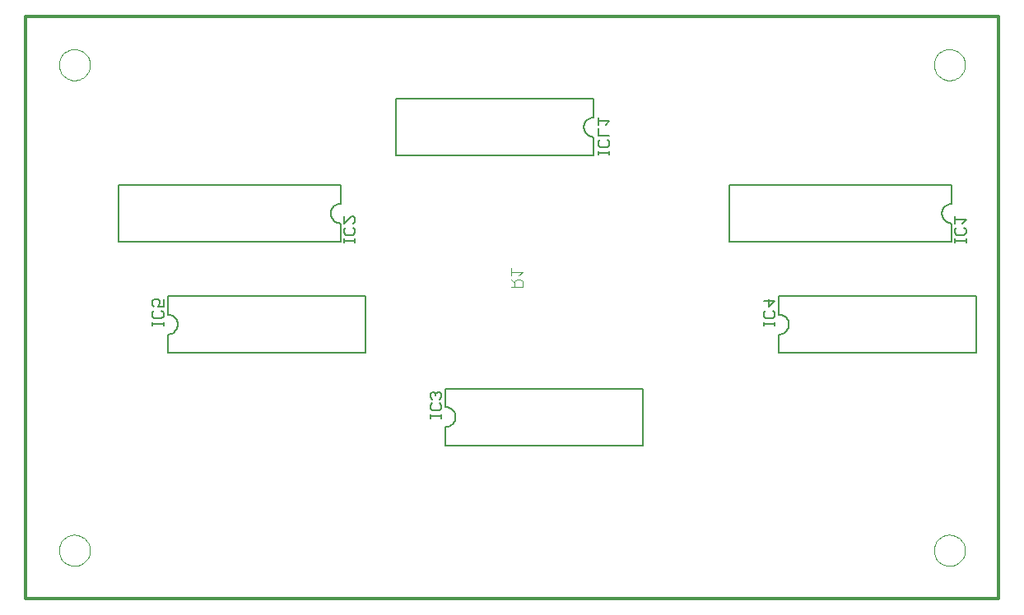
<source format=gbo>
G75*
%MOIN*%
%OFA0B0*%
%FSLAX24Y24*%
%IPPOS*%
%LPD*%
%AMOC8*
5,1,8,0,0,1.08239X$1,22.5*
%
%ADD10C,0.0120*%
%ADD11C,0.0060*%
%ADD12C,0.0050*%
%ADD13C,0.0040*%
%ADD14C,0.0000*%
D10*
X009609Y006799D02*
X009609Y030421D01*
X048979Y030421D01*
X048979Y006799D01*
X009609Y006799D01*
D11*
X015359Y016775D02*
X015359Y017525D01*
X015398Y017527D01*
X015437Y017533D01*
X015475Y017542D01*
X015512Y017555D01*
X015548Y017572D01*
X015581Y017592D01*
X015613Y017616D01*
X015642Y017642D01*
X015668Y017671D01*
X015692Y017703D01*
X015712Y017736D01*
X015729Y017772D01*
X015742Y017809D01*
X015751Y017847D01*
X015757Y017886D01*
X015759Y017925D01*
X015757Y017964D01*
X015751Y018003D01*
X015742Y018041D01*
X015729Y018078D01*
X015712Y018114D01*
X015692Y018147D01*
X015668Y018179D01*
X015642Y018208D01*
X015613Y018234D01*
X015581Y018258D01*
X015548Y018278D01*
X015512Y018295D01*
X015475Y018308D01*
X015437Y018317D01*
X015398Y018323D01*
X015359Y018325D01*
X015359Y019075D01*
X023359Y019075D01*
X023359Y016775D01*
X015359Y016775D01*
X013359Y021275D02*
X013359Y023575D01*
X022359Y023575D01*
X022359Y022825D01*
X022320Y022823D01*
X022281Y022817D01*
X022243Y022808D01*
X022206Y022795D01*
X022170Y022778D01*
X022137Y022758D01*
X022105Y022734D01*
X022076Y022708D01*
X022050Y022679D01*
X022026Y022647D01*
X022006Y022614D01*
X021989Y022578D01*
X021976Y022541D01*
X021967Y022503D01*
X021961Y022464D01*
X021959Y022425D01*
X021961Y022386D01*
X021967Y022347D01*
X021976Y022309D01*
X021989Y022272D01*
X022006Y022236D01*
X022026Y022203D01*
X022050Y022171D01*
X022076Y022142D01*
X022105Y022116D01*
X022137Y022092D01*
X022170Y022072D01*
X022206Y022055D01*
X022243Y022042D01*
X022281Y022033D01*
X022320Y022027D01*
X022359Y022025D01*
X022359Y021275D01*
X013359Y021275D01*
X024609Y024775D02*
X024609Y027075D01*
X032609Y027075D01*
X032609Y026325D01*
X032570Y026323D01*
X032531Y026317D01*
X032493Y026308D01*
X032456Y026295D01*
X032420Y026278D01*
X032387Y026258D01*
X032355Y026234D01*
X032326Y026208D01*
X032300Y026179D01*
X032276Y026147D01*
X032256Y026114D01*
X032239Y026078D01*
X032226Y026041D01*
X032217Y026003D01*
X032211Y025964D01*
X032209Y025925D01*
X032211Y025886D01*
X032217Y025847D01*
X032226Y025809D01*
X032239Y025772D01*
X032256Y025736D01*
X032276Y025703D01*
X032300Y025671D01*
X032326Y025642D01*
X032355Y025616D01*
X032387Y025592D01*
X032420Y025572D01*
X032456Y025555D01*
X032493Y025542D01*
X032531Y025533D01*
X032570Y025527D01*
X032609Y025525D01*
X032609Y024775D01*
X024609Y024775D01*
X038109Y023575D02*
X038109Y021275D01*
X047109Y021275D01*
X047109Y022025D01*
X047070Y022027D01*
X047031Y022033D01*
X046993Y022042D01*
X046956Y022055D01*
X046920Y022072D01*
X046887Y022092D01*
X046855Y022116D01*
X046826Y022142D01*
X046800Y022171D01*
X046776Y022203D01*
X046756Y022236D01*
X046739Y022272D01*
X046726Y022309D01*
X046717Y022347D01*
X046711Y022386D01*
X046709Y022425D01*
X046711Y022464D01*
X046717Y022503D01*
X046726Y022541D01*
X046739Y022578D01*
X046756Y022614D01*
X046776Y022647D01*
X046800Y022679D01*
X046826Y022708D01*
X046855Y022734D01*
X046887Y022758D01*
X046920Y022778D01*
X046956Y022795D01*
X046993Y022808D01*
X047031Y022817D01*
X047070Y022823D01*
X047109Y022825D01*
X047109Y023575D01*
X038109Y023575D01*
X040109Y019075D02*
X040109Y018325D01*
X040148Y018323D01*
X040187Y018317D01*
X040225Y018308D01*
X040262Y018295D01*
X040298Y018278D01*
X040331Y018258D01*
X040363Y018234D01*
X040392Y018208D01*
X040418Y018179D01*
X040442Y018147D01*
X040462Y018114D01*
X040479Y018078D01*
X040492Y018041D01*
X040501Y018003D01*
X040507Y017964D01*
X040509Y017925D01*
X040507Y017886D01*
X040501Y017847D01*
X040492Y017809D01*
X040479Y017772D01*
X040462Y017736D01*
X040442Y017703D01*
X040418Y017671D01*
X040392Y017642D01*
X040363Y017616D01*
X040331Y017592D01*
X040298Y017572D01*
X040262Y017555D01*
X040225Y017542D01*
X040187Y017533D01*
X040148Y017527D01*
X040109Y017525D01*
X040109Y016775D01*
X048109Y016775D01*
X048109Y019075D01*
X040109Y019075D01*
X034609Y015325D02*
X034609Y013025D01*
X026609Y013025D01*
X026609Y013775D01*
X026648Y013777D01*
X026687Y013783D01*
X026725Y013792D01*
X026762Y013805D01*
X026798Y013822D01*
X026831Y013842D01*
X026863Y013866D01*
X026892Y013892D01*
X026918Y013921D01*
X026942Y013953D01*
X026962Y013986D01*
X026979Y014022D01*
X026992Y014059D01*
X027001Y014097D01*
X027007Y014136D01*
X027009Y014175D01*
X027007Y014214D01*
X027001Y014253D01*
X026992Y014291D01*
X026979Y014328D01*
X026962Y014364D01*
X026942Y014397D01*
X026918Y014429D01*
X026892Y014458D01*
X026863Y014484D01*
X026831Y014508D01*
X026798Y014528D01*
X026762Y014545D01*
X026725Y014558D01*
X026687Y014567D01*
X026648Y014573D01*
X026609Y014575D01*
X026609Y015325D01*
X034609Y015325D01*
D12*
X039484Y017872D02*
X039484Y018022D01*
X039484Y017947D02*
X039934Y017947D01*
X039934Y017872D02*
X039934Y018022D01*
X039859Y018179D02*
X039559Y018179D01*
X039484Y018254D01*
X039484Y018404D01*
X039559Y018479D01*
X039709Y018639D02*
X039709Y018940D01*
X039484Y018865D02*
X039934Y018865D01*
X039709Y018639D01*
X039859Y018479D02*
X039934Y018404D01*
X039934Y018254D01*
X039859Y018179D01*
X047234Y021250D02*
X047234Y021400D01*
X047234Y021325D02*
X047684Y021325D01*
X047684Y021250D02*
X047684Y021400D01*
X047609Y021557D02*
X047309Y021557D01*
X047234Y021632D01*
X047234Y021782D01*
X047309Y021857D01*
X047234Y022017D02*
X047234Y022317D01*
X047234Y022167D02*
X047684Y022167D01*
X047534Y022017D01*
X047609Y021857D02*
X047684Y021782D01*
X047684Y021632D01*
X047609Y021557D01*
X033234Y024800D02*
X033234Y024950D01*
X033234Y024875D02*
X032784Y024875D01*
X032784Y024800D02*
X032784Y024950D01*
X032859Y025107D02*
X032784Y025182D01*
X032784Y025332D01*
X032859Y025407D01*
X032784Y025567D02*
X032784Y025867D01*
X032784Y026028D02*
X032784Y026328D01*
X032784Y026178D02*
X033234Y026178D01*
X033084Y026028D01*
X033234Y025567D02*
X032784Y025567D01*
X033159Y025407D02*
X033234Y025332D01*
X033234Y025182D01*
X033159Y025107D01*
X032859Y025107D01*
X022934Y022242D02*
X022934Y022092D01*
X022859Y022017D01*
X022859Y021857D02*
X022934Y021782D01*
X022934Y021632D01*
X022859Y021557D01*
X022559Y021557D01*
X022484Y021632D01*
X022484Y021782D01*
X022559Y021857D01*
X022484Y022017D02*
X022784Y022317D01*
X022859Y022317D01*
X022934Y022242D01*
X022484Y022317D02*
X022484Y022017D01*
X022484Y021400D02*
X022484Y021250D01*
X022484Y021325D02*
X022934Y021325D01*
X022934Y021250D02*
X022934Y021400D01*
X015184Y018940D02*
X015184Y018639D01*
X014959Y018639D01*
X015034Y018790D01*
X015034Y018865D01*
X014959Y018940D01*
X014809Y018940D01*
X014734Y018865D01*
X014734Y018714D01*
X014809Y018639D01*
X014809Y018479D02*
X014734Y018404D01*
X014734Y018254D01*
X014809Y018179D01*
X015109Y018179D01*
X015184Y018254D01*
X015184Y018404D01*
X015109Y018479D01*
X015184Y018022D02*
X015184Y017872D01*
X015184Y017947D02*
X014734Y017947D01*
X014734Y017872D02*
X014734Y018022D01*
X025984Y015115D02*
X025984Y014964D01*
X026059Y014889D01*
X026059Y014729D02*
X025984Y014654D01*
X025984Y014504D01*
X026059Y014429D01*
X026359Y014429D01*
X026434Y014504D01*
X026434Y014654D01*
X026359Y014729D01*
X026359Y014889D02*
X026434Y014964D01*
X026434Y015115D01*
X026359Y015190D01*
X026284Y015190D01*
X026209Y015115D01*
X026134Y015190D01*
X026059Y015190D01*
X025984Y015115D01*
X026209Y015115D02*
X026209Y015040D01*
X026434Y014272D02*
X026434Y014122D01*
X026434Y014197D02*
X025984Y014197D01*
X025984Y014122D02*
X025984Y014272D01*
D13*
X029254Y019445D02*
X029714Y019445D01*
X029714Y019675D01*
X029637Y019752D01*
X029484Y019752D01*
X029407Y019675D01*
X029407Y019445D01*
X029407Y019598D02*
X029254Y019752D01*
X029254Y019905D02*
X029254Y020212D01*
X029254Y020059D02*
X029714Y020059D01*
X029560Y019905D01*
D14*
X046380Y028452D02*
X046382Y028502D01*
X046388Y028552D01*
X046398Y028601D01*
X046412Y028649D01*
X046429Y028696D01*
X046450Y028741D01*
X046475Y028785D01*
X046503Y028826D01*
X046535Y028865D01*
X046569Y028902D01*
X046606Y028936D01*
X046646Y028966D01*
X046688Y028993D01*
X046732Y029017D01*
X046778Y029038D01*
X046825Y029054D01*
X046873Y029067D01*
X046923Y029076D01*
X046972Y029081D01*
X047023Y029082D01*
X047073Y029079D01*
X047122Y029072D01*
X047171Y029061D01*
X047219Y029046D01*
X047265Y029028D01*
X047310Y029006D01*
X047353Y028980D01*
X047394Y028951D01*
X047433Y028919D01*
X047469Y028884D01*
X047501Y028846D01*
X047531Y028806D01*
X047558Y028763D01*
X047581Y028719D01*
X047600Y028673D01*
X047616Y028625D01*
X047628Y028576D01*
X047636Y028527D01*
X047640Y028477D01*
X047640Y028427D01*
X047636Y028377D01*
X047628Y028328D01*
X047616Y028279D01*
X047600Y028231D01*
X047581Y028185D01*
X047558Y028141D01*
X047531Y028098D01*
X047501Y028058D01*
X047469Y028020D01*
X047433Y027985D01*
X047394Y027953D01*
X047353Y027924D01*
X047310Y027898D01*
X047265Y027876D01*
X047219Y027858D01*
X047171Y027843D01*
X047122Y027832D01*
X047073Y027825D01*
X047023Y027822D01*
X046972Y027823D01*
X046923Y027828D01*
X046873Y027837D01*
X046825Y027850D01*
X046778Y027866D01*
X046732Y027887D01*
X046688Y027911D01*
X046646Y027938D01*
X046606Y027968D01*
X046569Y028002D01*
X046535Y028039D01*
X046503Y028078D01*
X046475Y028119D01*
X046450Y028163D01*
X046429Y028208D01*
X046412Y028255D01*
X046398Y028303D01*
X046388Y028352D01*
X046382Y028402D01*
X046380Y028452D01*
X046380Y008767D02*
X046382Y008817D01*
X046388Y008867D01*
X046398Y008916D01*
X046412Y008964D01*
X046429Y009011D01*
X046450Y009056D01*
X046475Y009100D01*
X046503Y009141D01*
X046535Y009180D01*
X046569Y009217D01*
X046606Y009251D01*
X046646Y009281D01*
X046688Y009308D01*
X046732Y009332D01*
X046778Y009353D01*
X046825Y009369D01*
X046873Y009382D01*
X046923Y009391D01*
X046972Y009396D01*
X047023Y009397D01*
X047073Y009394D01*
X047122Y009387D01*
X047171Y009376D01*
X047219Y009361D01*
X047265Y009343D01*
X047310Y009321D01*
X047353Y009295D01*
X047394Y009266D01*
X047433Y009234D01*
X047469Y009199D01*
X047501Y009161D01*
X047531Y009121D01*
X047558Y009078D01*
X047581Y009034D01*
X047600Y008988D01*
X047616Y008940D01*
X047628Y008891D01*
X047636Y008842D01*
X047640Y008792D01*
X047640Y008742D01*
X047636Y008692D01*
X047628Y008643D01*
X047616Y008594D01*
X047600Y008546D01*
X047581Y008500D01*
X047558Y008456D01*
X047531Y008413D01*
X047501Y008373D01*
X047469Y008335D01*
X047433Y008300D01*
X047394Y008268D01*
X047353Y008239D01*
X047310Y008213D01*
X047265Y008191D01*
X047219Y008173D01*
X047171Y008158D01*
X047122Y008147D01*
X047073Y008140D01*
X047023Y008137D01*
X046972Y008138D01*
X046923Y008143D01*
X046873Y008152D01*
X046825Y008165D01*
X046778Y008181D01*
X046732Y008202D01*
X046688Y008226D01*
X046646Y008253D01*
X046606Y008283D01*
X046569Y008317D01*
X046535Y008354D01*
X046503Y008393D01*
X046475Y008434D01*
X046450Y008478D01*
X046429Y008523D01*
X046412Y008570D01*
X046398Y008618D01*
X046388Y008667D01*
X046382Y008717D01*
X046380Y008767D01*
X010947Y008767D02*
X010949Y008817D01*
X010955Y008867D01*
X010965Y008916D01*
X010979Y008964D01*
X010996Y009011D01*
X011017Y009056D01*
X011042Y009100D01*
X011070Y009141D01*
X011102Y009180D01*
X011136Y009217D01*
X011173Y009251D01*
X011213Y009281D01*
X011255Y009308D01*
X011299Y009332D01*
X011345Y009353D01*
X011392Y009369D01*
X011440Y009382D01*
X011490Y009391D01*
X011539Y009396D01*
X011590Y009397D01*
X011640Y009394D01*
X011689Y009387D01*
X011738Y009376D01*
X011786Y009361D01*
X011832Y009343D01*
X011877Y009321D01*
X011920Y009295D01*
X011961Y009266D01*
X012000Y009234D01*
X012036Y009199D01*
X012068Y009161D01*
X012098Y009121D01*
X012125Y009078D01*
X012148Y009034D01*
X012167Y008988D01*
X012183Y008940D01*
X012195Y008891D01*
X012203Y008842D01*
X012207Y008792D01*
X012207Y008742D01*
X012203Y008692D01*
X012195Y008643D01*
X012183Y008594D01*
X012167Y008546D01*
X012148Y008500D01*
X012125Y008456D01*
X012098Y008413D01*
X012068Y008373D01*
X012036Y008335D01*
X012000Y008300D01*
X011961Y008268D01*
X011920Y008239D01*
X011877Y008213D01*
X011832Y008191D01*
X011786Y008173D01*
X011738Y008158D01*
X011689Y008147D01*
X011640Y008140D01*
X011590Y008137D01*
X011539Y008138D01*
X011490Y008143D01*
X011440Y008152D01*
X011392Y008165D01*
X011345Y008181D01*
X011299Y008202D01*
X011255Y008226D01*
X011213Y008253D01*
X011173Y008283D01*
X011136Y008317D01*
X011102Y008354D01*
X011070Y008393D01*
X011042Y008434D01*
X011017Y008478D01*
X010996Y008523D01*
X010979Y008570D01*
X010965Y008618D01*
X010955Y008667D01*
X010949Y008717D01*
X010947Y008767D01*
X010947Y028452D02*
X010949Y028502D01*
X010955Y028552D01*
X010965Y028601D01*
X010979Y028649D01*
X010996Y028696D01*
X011017Y028741D01*
X011042Y028785D01*
X011070Y028826D01*
X011102Y028865D01*
X011136Y028902D01*
X011173Y028936D01*
X011213Y028966D01*
X011255Y028993D01*
X011299Y029017D01*
X011345Y029038D01*
X011392Y029054D01*
X011440Y029067D01*
X011490Y029076D01*
X011539Y029081D01*
X011590Y029082D01*
X011640Y029079D01*
X011689Y029072D01*
X011738Y029061D01*
X011786Y029046D01*
X011832Y029028D01*
X011877Y029006D01*
X011920Y028980D01*
X011961Y028951D01*
X012000Y028919D01*
X012036Y028884D01*
X012068Y028846D01*
X012098Y028806D01*
X012125Y028763D01*
X012148Y028719D01*
X012167Y028673D01*
X012183Y028625D01*
X012195Y028576D01*
X012203Y028527D01*
X012207Y028477D01*
X012207Y028427D01*
X012203Y028377D01*
X012195Y028328D01*
X012183Y028279D01*
X012167Y028231D01*
X012148Y028185D01*
X012125Y028141D01*
X012098Y028098D01*
X012068Y028058D01*
X012036Y028020D01*
X012000Y027985D01*
X011961Y027953D01*
X011920Y027924D01*
X011877Y027898D01*
X011832Y027876D01*
X011786Y027858D01*
X011738Y027843D01*
X011689Y027832D01*
X011640Y027825D01*
X011590Y027822D01*
X011539Y027823D01*
X011490Y027828D01*
X011440Y027837D01*
X011392Y027850D01*
X011345Y027866D01*
X011299Y027887D01*
X011255Y027911D01*
X011213Y027938D01*
X011173Y027968D01*
X011136Y028002D01*
X011102Y028039D01*
X011070Y028078D01*
X011042Y028119D01*
X011017Y028163D01*
X010996Y028208D01*
X010979Y028255D01*
X010965Y028303D01*
X010955Y028352D01*
X010949Y028402D01*
X010947Y028452D01*
M02*

</source>
